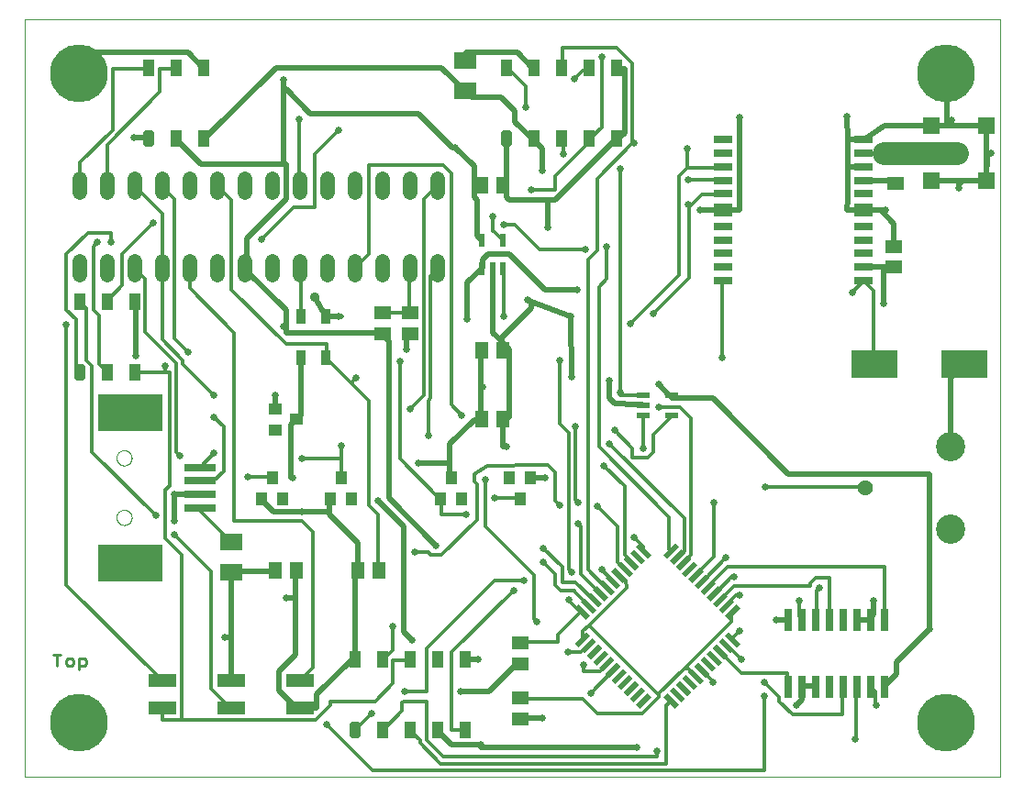
<source format=gtl>
G75*
%MOIN*%
%OFA0B0*%
%FSLAX25Y25*%
%IPPOS*%
%LPD*%
%AMOC8*
5,1,8,0,0,1.08239X$1,22.5*
%
%ADD10C,0.00000*%
%ADD11C,0.01000*%
%ADD12C,0.05200*%
%ADD13R,0.05118X0.05906*%
%ADD14R,0.03937X0.04724*%
%ADD15R,0.07874X0.06299*%
%ADD16R,0.10000X0.05000*%
%ADD17R,0.03937X0.05906*%
%ADD18C,0.01969*%
%ADD19R,0.02600X0.08000*%
%ADD20R,0.05906X0.01969*%
%ADD21R,0.01969X0.05906*%
%ADD22R,0.05906X0.05118*%
%ADD23R,0.06299X0.04724*%
%ADD24C,0.06299*%
%ADD25R,0.06299X0.06299*%
%ADD26R,0.02200X0.05000*%
%ADD27R,0.03543X0.05512*%
%ADD28C,0.10630*%
%ADD29C,0.05622*%
%ADD30R,0.23780X0.13386*%
%ADD31R,0.11811X0.02756*%
%ADD32C,0.21000*%
%ADD33R,0.16929X0.09843*%
%ADD34R,0.04724X0.03937*%
%ADD35R,0.05000X0.02200*%
%ADD36R,0.06890X0.02625*%
%ADD37R,0.06890X0.04921*%
%ADD38C,0.02000*%
%ADD39C,0.02578*%
%ADD40C,0.03562*%
%ADD41C,0.01181*%
%ADD42C,0.08268*%
D10*
X0055902Y0001800D02*
X0055902Y0277391D01*
X0410233Y0277391D01*
X0410233Y0001800D01*
X0055902Y0001800D01*
X0089370Y0096149D02*
X0089372Y0096254D01*
X0089378Y0096359D01*
X0089388Y0096463D01*
X0089402Y0096567D01*
X0089420Y0096671D01*
X0089442Y0096773D01*
X0089467Y0096875D01*
X0089497Y0096976D01*
X0089530Y0097075D01*
X0089567Y0097173D01*
X0089608Y0097270D01*
X0089653Y0097365D01*
X0089701Y0097458D01*
X0089752Y0097550D01*
X0089808Y0097639D01*
X0089866Y0097726D01*
X0089928Y0097811D01*
X0089992Y0097894D01*
X0090060Y0097974D01*
X0090131Y0098051D01*
X0090205Y0098125D01*
X0090282Y0098197D01*
X0090361Y0098266D01*
X0090443Y0098331D01*
X0090527Y0098394D01*
X0090614Y0098453D01*
X0090703Y0098509D01*
X0090794Y0098562D01*
X0090887Y0098611D01*
X0090981Y0098656D01*
X0091077Y0098698D01*
X0091175Y0098736D01*
X0091274Y0098770D01*
X0091375Y0098801D01*
X0091476Y0098827D01*
X0091579Y0098850D01*
X0091682Y0098869D01*
X0091786Y0098884D01*
X0091890Y0098895D01*
X0091995Y0098902D01*
X0092100Y0098905D01*
X0092205Y0098904D01*
X0092310Y0098899D01*
X0092414Y0098890D01*
X0092518Y0098877D01*
X0092622Y0098860D01*
X0092725Y0098839D01*
X0092827Y0098814D01*
X0092928Y0098786D01*
X0093027Y0098753D01*
X0093126Y0098717D01*
X0093223Y0098677D01*
X0093318Y0098634D01*
X0093412Y0098586D01*
X0093504Y0098536D01*
X0093594Y0098482D01*
X0093682Y0098424D01*
X0093767Y0098363D01*
X0093850Y0098299D01*
X0093931Y0098232D01*
X0094009Y0098162D01*
X0094084Y0098088D01*
X0094156Y0098013D01*
X0094226Y0097934D01*
X0094292Y0097853D01*
X0094356Y0097769D01*
X0094416Y0097683D01*
X0094472Y0097595D01*
X0094526Y0097504D01*
X0094576Y0097412D01*
X0094622Y0097318D01*
X0094665Y0097222D01*
X0094704Y0097124D01*
X0094739Y0097026D01*
X0094770Y0096925D01*
X0094798Y0096824D01*
X0094822Y0096722D01*
X0094842Y0096619D01*
X0094858Y0096515D01*
X0094870Y0096411D01*
X0094878Y0096306D01*
X0094882Y0096201D01*
X0094882Y0096097D01*
X0094878Y0095992D01*
X0094870Y0095887D01*
X0094858Y0095783D01*
X0094842Y0095679D01*
X0094822Y0095576D01*
X0094798Y0095474D01*
X0094770Y0095373D01*
X0094739Y0095272D01*
X0094704Y0095174D01*
X0094665Y0095076D01*
X0094622Y0094980D01*
X0094576Y0094886D01*
X0094526Y0094794D01*
X0094472Y0094703D01*
X0094416Y0094615D01*
X0094356Y0094529D01*
X0094292Y0094445D01*
X0094226Y0094364D01*
X0094156Y0094285D01*
X0094084Y0094210D01*
X0094009Y0094136D01*
X0093931Y0094066D01*
X0093850Y0093999D01*
X0093767Y0093935D01*
X0093682Y0093874D01*
X0093594Y0093816D01*
X0093504Y0093762D01*
X0093412Y0093712D01*
X0093318Y0093664D01*
X0093223Y0093621D01*
X0093126Y0093581D01*
X0093027Y0093545D01*
X0092928Y0093512D01*
X0092827Y0093484D01*
X0092725Y0093459D01*
X0092622Y0093438D01*
X0092518Y0093421D01*
X0092414Y0093408D01*
X0092310Y0093399D01*
X0092205Y0093394D01*
X0092100Y0093393D01*
X0091995Y0093396D01*
X0091890Y0093403D01*
X0091786Y0093414D01*
X0091682Y0093429D01*
X0091579Y0093448D01*
X0091476Y0093471D01*
X0091375Y0093497D01*
X0091274Y0093528D01*
X0091175Y0093562D01*
X0091077Y0093600D01*
X0090981Y0093642D01*
X0090887Y0093687D01*
X0090794Y0093736D01*
X0090703Y0093789D01*
X0090614Y0093845D01*
X0090527Y0093904D01*
X0090443Y0093967D01*
X0090361Y0094032D01*
X0090282Y0094101D01*
X0090205Y0094173D01*
X0090131Y0094247D01*
X0090060Y0094324D01*
X0089992Y0094404D01*
X0089928Y0094487D01*
X0089866Y0094572D01*
X0089808Y0094659D01*
X0089752Y0094748D01*
X0089701Y0094840D01*
X0089653Y0094933D01*
X0089608Y0095028D01*
X0089567Y0095125D01*
X0089530Y0095223D01*
X0089497Y0095322D01*
X0089467Y0095423D01*
X0089442Y0095525D01*
X0089420Y0095627D01*
X0089402Y0095731D01*
X0089388Y0095835D01*
X0089378Y0095939D01*
X0089372Y0096044D01*
X0089370Y0096149D01*
X0089370Y0117802D02*
X0089372Y0117907D01*
X0089378Y0118012D01*
X0089388Y0118116D01*
X0089402Y0118220D01*
X0089420Y0118324D01*
X0089442Y0118426D01*
X0089467Y0118528D01*
X0089497Y0118629D01*
X0089530Y0118728D01*
X0089567Y0118826D01*
X0089608Y0118923D01*
X0089653Y0119018D01*
X0089701Y0119111D01*
X0089752Y0119203D01*
X0089808Y0119292D01*
X0089866Y0119379D01*
X0089928Y0119464D01*
X0089992Y0119547D01*
X0090060Y0119627D01*
X0090131Y0119704D01*
X0090205Y0119778D01*
X0090282Y0119850D01*
X0090361Y0119919D01*
X0090443Y0119984D01*
X0090527Y0120047D01*
X0090614Y0120106D01*
X0090703Y0120162D01*
X0090794Y0120215D01*
X0090887Y0120264D01*
X0090981Y0120309D01*
X0091077Y0120351D01*
X0091175Y0120389D01*
X0091274Y0120423D01*
X0091375Y0120454D01*
X0091476Y0120480D01*
X0091579Y0120503D01*
X0091682Y0120522D01*
X0091786Y0120537D01*
X0091890Y0120548D01*
X0091995Y0120555D01*
X0092100Y0120558D01*
X0092205Y0120557D01*
X0092310Y0120552D01*
X0092414Y0120543D01*
X0092518Y0120530D01*
X0092622Y0120513D01*
X0092725Y0120492D01*
X0092827Y0120467D01*
X0092928Y0120439D01*
X0093027Y0120406D01*
X0093126Y0120370D01*
X0093223Y0120330D01*
X0093318Y0120287D01*
X0093412Y0120239D01*
X0093504Y0120189D01*
X0093594Y0120135D01*
X0093682Y0120077D01*
X0093767Y0120016D01*
X0093850Y0119952D01*
X0093931Y0119885D01*
X0094009Y0119815D01*
X0094084Y0119741D01*
X0094156Y0119666D01*
X0094226Y0119587D01*
X0094292Y0119506D01*
X0094356Y0119422D01*
X0094416Y0119336D01*
X0094472Y0119248D01*
X0094526Y0119157D01*
X0094576Y0119065D01*
X0094622Y0118971D01*
X0094665Y0118875D01*
X0094704Y0118777D01*
X0094739Y0118679D01*
X0094770Y0118578D01*
X0094798Y0118477D01*
X0094822Y0118375D01*
X0094842Y0118272D01*
X0094858Y0118168D01*
X0094870Y0118064D01*
X0094878Y0117959D01*
X0094882Y0117854D01*
X0094882Y0117750D01*
X0094878Y0117645D01*
X0094870Y0117540D01*
X0094858Y0117436D01*
X0094842Y0117332D01*
X0094822Y0117229D01*
X0094798Y0117127D01*
X0094770Y0117026D01*
X0094739Y0116925D01*
X0094704Y0116827D01*
X0094665Y0116729D01*
X0094622Y0116633D01*
X0094576Y0116539D01*
X0094526Y0116447D01*
X0094472Y0116356D01*
X0094416Y0116268D01*
X0094356Y0116182D01*
X0094292Y0116098D01*
X0094226Y0116017D01*
X0094156Y0115938D01*
X0094084Y0115863D01*
X0094009Y0115789D01*
X0093931Y0115719D01*
X0093850Y0115652D01*
X0093767Y0115588D01*
X0093682Y0115527D01*
X0093594Y0115469D01*
X0093504Y0115415D01*
X0093412Y0115365D01*
X0093318Y0115317D01*
X0093223Y0115274D01*
X0093126Y0115234D01*
X0093027Y0115198D01*
X0092928Y0115165D01*
X0092827Y0115137D01*
X0092725Y0115112D01*
X0092622Y0115091D01*
X0092518Y0115074D01*
X0092414Y0115061D01*
X0092310Y0115052D01*
X0092205Y0115047D01*
X0092100Y0115046D01*
X0091995Y0115049D01*
X0091890Y0115056D01*
X0091786Y0115067D01*
X0091682Y0115082D01*
X0091579Y0115101D01*
X0091476Y0115124D01*
X0091375Y0115150D01*
X0091274Y0115181D01*
X0091175Y0115215D01*
X0091077Y0115253D01*
X0090981Y0115295D01*
X0090887Y0115340D01*
X0090794Y0115389D01*
X0090703Y0115442D01*
X0090614Y0115498D01*
X0090527Y0115557D01*
X0090443Y0115620D01*
X0090361Y0115685D01*
X0090282Y0115754D01*
X0090205Y0115826D01*
X0090131Y0115900D01*
X0090060Y0115977D01*
X0089992Y0116057D01*
X0089928Y0116140D01*
X0089866Y0116225D01*
X0089808Y0116312D01*
X0089752Y0116401D01*
X0089701Y0116493D01*
X0089653Y0116586D01*
X0089608Y0116681D01*
X0089567Y0116778D01*
X0089530Y0116876D01*
X0089497Y0116975D01*
X0089467Y0117076D01*
X0089442Y0117178D01*
X0089420Y0117280D01*
X0089402Y0117384D01*
X0089388Y0117488D01*
X0089378Y0117592D01*
X0089372Y0117697D01*
X0089370Y0117802D01*
D11*
X0069071Y0046303D02*
X0066402Y0046303D01*
X0067737Y0046303D02*
X0067737Y0042300D01*
X0071006Y0042967D02*
X0071673Y0042300D01*
X0073008Y0042300D01*
X0073675Y0042967D01*
X0073675Y0044302D01*
X0073008Y0044969D01*
X0071673Y0044969D01*
X0071006Y0044302D01*
X0071006Y0042967D01*
X0075610Y0042300D02*
X0077612Y0042300D01*
X0078279Y0042967D01*
X0078279Y0044302D01*
X0077612Y0044969D01*
X0075610Y0044969D01*
X0075610Y0040966D01*
D12*
X0075902Y0184200D02*
X0075902Y0189400D01*
X0085902Y0189400D02*
X0085902Y0184200D01*
X0095902Y0184200D02*
X0095902Y0189400D01*
X0105902Y0189400D02*
X0105902Y0184200D01*
X0115902Y0184200D02*
X0115902Y0189400D01*
X0125902Y0189400D02*
X0125902Y0184200D01*
X0135902Y0184200D02*
X0135902Y0189400D01*
X0145902Y0189400D02*
X0145902Y0184200D01*
X0155902Y0184200D02*
X0155902Y0189400D01*
X0165902Y0189400D02*
X0165902Y0184200D01*
X0175902Y0184200D02*
X0175902Y0189400D01*
X0185902Y0189400D02*
X0185902Y0184200D01*
X0195902Y0184200D02*
X0195902Y0189400D01*
X0205902Y0189400D02*
X0205902Y0184200D01*
X0205902Y0214200D02*
X0205902Y0219400D01*
X0195902Y0219400D02*
X0195902Y0214200D01*
X0185902Y0214200D02*
X0185902Y0219400D01*
X0175902Y0219400D02*
X0175902Y0214200D01*
X0165902Y0214200D02*
X0165902Y0219400D01*
X0155902Y0219400D02*
X0155902Y0214200D01*
X0145902Y0214200D02*
X0145902Y0219400D01*
X0135902Y0219400D02*
X0135902Y0214200D01*
X0125902Y0214200D02*
X0125902Y0219400D01*
X0115902Y0219400D02*
X0115902Y0214200D01*
X0105902Y0214200D02*
X0105902Y0219400D01*
X0095902Y0219400D02*
X0095902Y0214200D01*
X0085902Y0214200D02*
X0085902Y0219400D01*
X0075902Y0219400D02*
X0075902Y0214200D01*
D13*
X0222162Y0216800D03*
X0229642Y0216800D03*
X0229642Y0156800D03*
X0222162Y0156800D03*
X0222162Y0131800D03*
X0229642Y0131800D03*
X0184642Y0076800D03*
X0177162Y0076800D03*
X0154642Y0076800D03*
X0147162Y0076800D03*
D14*
X0149839Y0102863D03*
X0141965Y0102863D03*
X0145902Y0110737D03*
X0166965Y0102863D03*
X0174839Y0102863D03*
X0170902Y0110737D03*
X0206965Y0102863D03*
X0214839Y0102863D03*
X0210902Y0110737D03*
X0231965Y0110737D03*
X0239839Y0110737D03*
X0235902Y0102863D03*
D15*
X0130902Y0087312D03*
X0130902Y0076288D03*
X0215902Y0251288D03*
X0215902Y0262312D03*
D16*
X0155902Y0036800D03*
X0155902Y0026800D03*
X0130902Y0026800D03*
X0130902Y0036800D03*
X0105902Y0036800D03*
X0105902Y0026800D03*
D17*
X0175902Y0044595D03*
X0185902Y0044595D03*
X0195902Y0044595D03*
X0205902Y0044595D03*
X0215902Y0044595D03*
X0215902Y0019005D03*
X0205902Y0019005D03*
X0195902Y0019005D03*
X0185902Y0019005D03*
X0095902Y0149005D03*
X0085902Y0149005D03*
X0085902Y0174595D03*
X0075902Y0174595D03*
X0095902Y0174595D03*
X0110902Y0234005D03*
X0120902Y0234005D03*
X0120902Y0259595D03*
X0110902Y0259595D03*
X0100902Y0259595D03*
X0230902Y0259595D03*
X0240902Y0259595D03*
X0250902Y0259595D03*
X0260902Y0259595D03*
X0270902Y0259595D03*
X0270902Y0234005D03*
X0260902Y0234005D03*
X0250902Y0234005D03*
X0240902Y0234005D03*
D18*
X0229918Y0232036D02*
X0229918Y0235974D01*
X0231886Y0235974D01*
X0231886Y0232036D01*
X0229918Y0232036D01*
X0229918Y0234004D02*
X0231886Y0234004D01*
X0231886Y0235972D02*
X0229918Y0235972D01*
X0099918Y0235974D02*
X0099918Y0232036D01*
X0099918Y0235974D02*
X0101886Y0235974D01*
X0101886Y0232036D01*
X0099918Y0232036D01*
X0099918Y0234004D02*
X0101886Y0234004D01*
X0101886Y0235972D02*
X0099918Y0235972D01*
X0074918Y0150974D02*
X0074918Y0147036D01*
X0074918Y0150974D02*
X0076886Y0150974D01*
X0076886Y0147036D01*
X0074918Y0147036D01*
X0074918Y0149004D02*
X0076886Y0149004D01*
X0076886Y0150972D02*
X0074918Y0150972D01*
X0174918Y0020974D02*
X0174918Y0017036D01*
X0174918Y0020974D02*
X0176886Y0020974D01*
X0176886Y0017036D01*
X0174918Y0017036D01*
X0174918Y0019004D02*
X0176886Y0019004D01*
X0176886Y0020972D02*
X0174918Y0020972D01*
D19*
X0333402Y0034700D03*
X0338402Y0034700D03*
X0343402Y0034700D03*
X0348402Y0034700D03*
X0353402Y0034700D03*
X0358402Y0034700D03*
X0363402Y0034700D03*
X0368402Y0034700D03*
X0368402Y0058900D03*
X0363402Y0058900D03*
X0358402Y0058900D03*
X0353402Y0058900D03*
X0348402Y0058900D03*
X0343402Y0058900D03*
X0338402Y0058900D03*
X0333402Y0058900D03*
D20*
G36*
X0314576Y0049006D02*
X0310401Y0053181D01*
X0311792Y0054572D01*
X0315967Y0050397D01*
X0314576Y0049006D01*
G37*
G36*
X0312349Y0046779D02*
X0308174Y0050954D01*
X0309565Y0052345D01*
X0313740Y0048170D01*
X0312349Y0046779D01*
G37*
G36*
X0310122Y0044552D02*
X0305947Y0048727D01*
X0307338Y0050118D01*
X0311513Y0045943D01*
X0310122Y0044552D01*
G37*
G36*
X0307895Y0042325D02*
X0303720Y0046500D01*
X0305111Y0047891D01*
X0309286Y0043716D01*
X0307895Y0042325D01*
G37*
G36*
X0305668Y0040098D02*
X0301493Y0044273D01*
X0302884Y0045664D01*
X0307059Y0041489D01*
X0305668Y0040098D01*
G37*
G36*
X0303441Y0037870D02*
X0299266Y0042045D01*
X0300657Y0043436D01*
X0304832Y0039261D01*
X0303441Y0037870D01*
G37*
G36*
X0301214Y0035643D02*
X0297039Y0039818D01*
X0298430Y0041209D01*
X0302605Y0037034D01*
X0301214Y0035643D01*
G37*
G36*
X0298987Y0033416D02*
X0294812Y0037591D01*
X0296203Y0038982D01*
X0300378Y0034807D01*
X0298987Y0033416D01*
G37*
G36*
X0296759Y0031189D02*
X0292584Y0035364D01*
X0293975Y0036755D01*
X0298150Y0032580D01*
X0296759Y0031189D01*
G37*
G36*
X0294532Y0028962D02*
X0290357Y0033137D01*
X0291748Y0034528D01*
X0295923Y0030353D01*
X0294532Y0028962D01*
G37*
G36*
X0292305Y0026735D02*
X0288130Y0030910D01*
X0289521Y0032301D01*
X0293696Y0028126D01*
X0292305Y0026735D01*
G37*
G36*
X0260012Y0059028D02*
X0255837Y0063203D01*
X0257228Y0064594D01*
X0261403Y0060419D01*
X0260012Y0059028D01*
G37*
G36*
X0262239Y0061255D02*
X0258064Y0065430D01*
X0259455Y0066821D01*
X0263630Y0062646D01*
X0262239Y0061255D01*
G37*
G36*
X0264466Y0063482D02*
X0260291Y0067657D01*
X0261682Y0069048D01*
X0265857Y0064873D01*
X0264466Y0063482D01*
G37*
G36*
X0266693Y0065709D02*
X0262518Y0069884D01*
X0263909Y0071275D01*
X0268084Y0067100D01*
X0266693Y0065709D01*
G37*
G36*
X0268921Y0067936D02*
X0264746Y0072111D01*
X0266137Y0073502D01*
X0270312Y0069327D01*
X0268921Y0067936D01*
G37*
G36*
X0271148Y0070164D02*
X0266973Y0074339D01*
X0268364Y0075730D01*
X0272539Y0071555D01*
X0271148Y0070164D01*
G37*
G36*
X0273375Y0072391D02*
X0269200Y0076566D01*
X0270591Y0077957D01*
X0274766Y0073782D01*
X0273375Y0072391D01*
G37*
G36*
X0275602Y0074618D02*
X0271427Y0078793D01*
X0272818Y0080184D01*
X0276993Y0076009D01*
X0275602Y0074618D01*
G37*
G36*
X0277829Y0076845D02*
X0273654Y0081020D01*
X0275045Y0082411D01*
X0279220Y0078236D01*
X0277829Y0076845D01*
G37*
G36*
X0280056Y0079072D02*
X0275881Y0083247D01*
X0277272Y0084638D01*
X0281447Y0080463D01*
X0280056Y0079072D01*
G37*
G36*
X0282283Y0081299D02*
X0278108Y0085474D01*
X0279499Y0086865D01*
X0283674Y0082690D01*
X0282283Y0081299D01*
G37*
D21*
G36*
X0289521Y0081299D02*
X0288130Y0082690D01*
X0292305Y0086865D01*
X0293696Y0085474D01*
X0289521Y0081299D01*
G37*
G36*
X0291748Y0079072D02*
X0290357Y0080463D01*
X0294532Y0084638D01*
X0295923Y0083247D01*
X0291748Y0079072D01*
G37*
G36*
X0293975Y0076845D02*
X0292584Y0078236D01*
X0296759Y0082411D01*
X0298150Y0081020D01*
X0293975Y0076845D01*
G37*
G36*
X0296203Y0074618D02*
X0294812Y0076009D01*
X0298987Y0080184D01*
X0300378Y0078793D01*
X0296203Y0074618D01*
G37*
G36*
X0298430Y0072391D02*
X0297039Y0073782D01*
X0301214Y0077957D01*
X0302605Y0076566D01*
X0298430Y0072391D01*
G37*
G36*
X0300657Y0070164D02*
X0299266Y0071555D01*
X0303441Y0075730D01*
X0304832Y0074339D01*
X0300657Y0070164D01*
G37*
G36*
X0302884Y0067936D02*
X0301493Y0069327D01*
X0305668Y0073502D01*
X0307059Y0072111D01*
X0302884Y0067936D01*
G37*
G36*
X0305111Y0065709D02*
X0303720Y0067100D01*
X0307895Y0071275D01*
X0309286Y0069884D01*
X0305111Y0065709D01*
G37*
G36*
X0307338Y0063482D02*
X0305947Y0064873D01*
X0310122Y0069048D01*
X0311513Y0067657D01*
X0307338Y0063482D01*
G37*
G36*
X0309565Y0061255D02*
X0308174Y0062646D01*
X0312349Y0066821D01*
X0313740Y0065430D01*
X0309565Y0061255D01*
G37*
G36*
X0311792Y0059028D02*
X0310401Y0060419D01*
X0314576Y0064594D01*
X0315967Y0063203D01*
X0311792Y0059028D01*
G37*
G36*
X0277272Y0028962D02*
X0275881Y0030353D01*
X0280056Y0034528D01*
X0281447Y0033137D01*
X0277272Y0028962D01*
G37*
G36*
X0279499Y0026735D02*
X0278108Y0028126D01*
X0282283Y0032301D01*
X0283674Y0030910D01*
X0279499Y0026735D01*
G37*
G36*
X0275045Y0031189D02*
X0273654Y0032580D01*
X0277829Y0036755D01*
X0279220Y0035364D01*
X0275045Y0031189D01*
G37*
G36*
X0272818Y0033416D02*
X0271427Y0034807D01*
X0275602Y0038982D01*
X0276993Y0037591D01*
X0272818Y0033416D01*
G37*
G36*
X0270591Y0035643D02*
X0269200Y0037034D01*
X0273375Y0041209D01*
X0274766Y0039818D01*
X0270591Y0035643D01*
G37*
G36*
X0268364Y0037870D02*
X0266973Y0039261D01*
X0271148Y0043436D01*
X0272539Y0042045D01*
X0268364Y0037870D01*
G37*
G36*
X0266137Y0040098D02*
X0264746Y0041489D01*
X0268921Y0045664D01*
X0270312Y0044273D01*
X0266137Y0040098D01*
G37*
G36*
X0263909Y0042325D02*
X0262518Y0043716D01*
X0266693Y0047891D01*
X0268084Y0046500D01*
X0263909Y0042325D01*
G37*
G36*
X0261682Y0044552D02*
X0260291Y0045943D01*
X0264466Y0050118D01*
X0265857Y0048727D01*
X0261682Y0044552D01*
G37*
G36*
X0259455Y0046779D02*
X0258064Y0048170D01*
X0262239Y0052345D01*
X0263630Y0050954D01*
X0259455Y0046779D01*
G37*
G36*
X0257228Y0049006D02*
X0255837Y0050397D01*
X0260012Y0054572D01*
X0261403Y0053181D01*
X0257228Y0049006D01*
G37*
D22*
X0235902Y0050540D03*
X0235902Y0043060D03*
X0235902Y0030540D03*
X0235902Y0023060D03*
X0195902Y0163060D03*
X0195902Y0170540D03*
X0185902Y0170540D03*
X0185902Y0163060D03*
X0371779Y0187193D03*
X0371779Y0194673D03*
D23*
X0372524Y0217718D03*
X0372524Y0229529D03*
D24*
X0395291Y0228568D03*
D25*
X0405291Y0238568D03*
X0385291Y0238568D03*
X0385291Y0218568D03*
X0405291Y0218568D03*
D26*
X0229602Y0196900D03*
X0222202Y0196900D03*
X0222202Y0186700D03*
X0225902Y0186700D03*
X0229602Y0186700D03*
D27*
X0165430Y0169280D03*
X0156375Y0169280D03*
X0156375Y0154320D03*
X0165430Y0154320D03*
D28*
X0392223Y0121761D03*
X0392223Y0091839D03*
D29*
X0361515Y0106800D03*
D30*
X0094409Y0079731D03*
X0094409Y0134219D03*
D31*
X0119685Y0114338D03*
X0119685Y0109416D03*
X0119685Y0104534D03*
X0119685Y0099613D03*
D32*
X0075587Y0021485D03*
X0390548Y0021485D03*
X0390548Y0257706D03*
X0075587Y0257706D03*
D33*
X0364564Y0151800D03*
X0397241Y0151800D03*
D34*
X0154839Y0131800D03*
X0146965Y0127863D03*
X0146965Y0135737D03*
D35*
X0280802Y0136800D03*
X0280802Y0133100D03*
X0280802Y0140500D03*
X0291002Y0140500D03*
X0291002Y0133100D03*
D36*
X0309577Y0182251D03*
X0309577Y0187172D03*
X0309577Y0192093D03*
X0309577Y0197014D03*
X0309577Y0201936D03*
X0309577Y0213747D03*
X0309577Y0218668D03*
X0309577Y0223589D03*
X0309577Y0228510D03*
X0309577Y0233432D03*
X0360758Y0233432D03*
X0360758Y0228510D03*
X0360758Y0223589D03*
X0360758Y0218668D03*
X0360758Y0213747D03*
X0360758Y0201936D03*
X0360758Y0197014D03*
X0360758Y0192093D03*
X0360758Y0187172D03*
X0360758Y0182251D03*
D37*
X0360758Y0207841D03*
X0309577Y0207841D03*
D38*
X0309576Y0207842D01*
X0301461Y0207842D01*
X0309577Y0207841D02*
X0315551Y0207841D01*
X0315572Y0211800D01*
X0315572Y0220426D01*
X0315586Y0223266D01*
X0315574Y0229786D01*
X0315574Y0241776D01*
X0315547Y0241729D01*
X0354813Y0241800D02*
X0354884Y0233553D01*
X0354884Y0229786D01*
X0354896Y0223266D01*
X0355334Y0223577D01*
X0360746Y0223577D01*
X0360758Y0223589D01*
X0360758Y0218668D02*
X0371574Y0218668D01*
X0372524Y0217718D01*
X0368861Y0207819D02*
X0361780Y0207748D01*
X0365902Y0207819D01*
X0366893Y0207819D01*
X0371798Y0202914D01*
X0371798Y0194692D01*
X0371779Y0194673D01*
X0371779Y0187193D02*
X0371758Y0187172D01*
X0367910Y0187172D01*
X0367910Y0174044D01*
X0367910Y0187172D02*
X0360758Y0187172D01*
X0360758Y0207819D02*
X0365902Y0207819D01*
X0360758Y0207841D02*
X0360758Y0207819D01*
X0360758Y0207841D02*
X0354861Y0207841D01*
X0354882Y0211800D01*
X0354882Y0220426D01*
X0354896Y0223266D01*
X0355645Y0233432D02*
X0355595Y0233482D01*
X0354884Y0233553D01*
X0355645Y0233432D02*
X0360758Y0233432D01*
X0361204Y0233613D02*
X0368486Y0238589D01*
X0383659Y0238643D01*
X0383658Y0239005D01*
X0385291Y0238568D01*
X0385433Y0238587D01*
X0384490Y0238587D01*
X0390987Y0238587D01*
X0392811Y0240412D01*
X0392811Y0240520D01*
X0390987Y0238587D02*
X0390548Y0257706D01*
X0390987Y0238587D02*
X0405316Y0238587D01*
X0405291Y0238568D02*
X0405332Y0236800D01*
X0405332Y0218160D01*
X0405291Y0218568D01*
X0405555Y0228553D01*
X0407190Y0228553D01*
X0405332Y0236800D02*
X0405332Y0238986D01*
X0385291Y0238568D02*
X0384642Y0238414D01*
X0385070Y0238648D02*
X0383659Y0238643D01*
X0385627Y0218729D02*
X0385291Y0218568D01*
X0385627Y0218729D02*
X0396453Y0218729D01*
X0396453Y0217745D01*
X0395535Y0217745D01*
X0395535Y0218672D01*
X0396453Y0218729D02*
X0405312Y0218729D01*
X0405291Y0218568D01*
X0395535Y0217745D02*
X0395535Y0216113D01*
X0397241Y0151800D02*
X0396946Y0151406D01*
X0392516Y0146977D01*
X0392516Y0121879D01*
X0392223Y0121761D01*
X0384642Y0112036D02*
X0384642Y0055442D01*
X0372831Y0043631D01*
X0372831Y0039202D01*
X0368402Y0034772D01*
X0368402Y0034700D01*
X0343402Y0034700D02*
X0343304Y0034772D01*
X0339367Y0034772D01*
X0338402Y0034700D01*
X0338383Y0034280D01*
X0338383Y0029851D01*
X0336414Y0027883D01*
X0333402Y0058900D02*
X0332969Y0058887D01*
X0329032Y0058887D01*
X0358402Y0058900D02*
X0358560Y0058887D01*
X0362989Y0058887D01*
X0363402Y0058900D01*
X0363481Y0059871D01*
X0364465Y0060855D01*
X0364465Y0065776D01*
X0384642Y0112036D02*
X0333461Y0112036D01*
X0305902Y0139595D01*
X0291138Y0139595D01*
X0291002Y0140500D01*
X0290154Y0140580D01*
X0286217Y0144517D01*
X0290646Y0140580D02*
X0291002Y0140500D01*
X0280802Y0136800D02*
X0280312Y0137135D01*
X0274406Y0137135D01*
X0273914Y0137627D01*
X0270469Y0137627D01*
X0268501Y0139595D01*
X0268501Y0145993D01*
X0254623Y0147298D02*
X0254410Y0169075D01*
X0240204Y0174671D01*
X0239957Y0174044D01*
X0239957Y0172076D01*
X0228638Y0160757D01*
X0226178Y0163217D01*
X0226178Y0185855D01*
X0225902Y0186700D01*
X0222241Y0186839D02*
X0222241Y0189792D01*
X0224209Y0191761D01*
X0232083Y0191761D01*
X0244879Y0178965D01*
X0256690Y0178965D01*
X0240204Y0174671D02*
X0238770Y0175236D01*
X0222202Y0186700D02*
X0222241Y0186839D01*
X0222202Y0186700D02*
X0221749Y0186347D01*
X0216827Y0181426D01*
X0216827Y0168139D01*
X0228638Y0160757D02*
X0232083Y0157312D01*
X0232083Y0156328D01*
X0229642Y0156800D01*
X0232083Y0156328D02*
X0232083Y0133198D01*
X0231099Y0133198D01*
X0230115Y0132213D01*
X0229642Y0131800D01*
X0229642Y0121800D01*
X0230902Y0121800D01*
X0222162Y0131800D02*
X0221749Y0131721D01*
X0219288Y0131721D01*
X0210430Y0122863D01*
X0210430Y0115973D01*
X0199111Y0115973D01*
X0210430Y0115973D02*
X0210430Y0111052D01*
X0210902Y0110737D01*
X0188284Y0103178D02*
X0188284Y0160265D01*
X0186316Y0162233D01*
X0185902Y0163060D01*
X0185823Y0163217D01*
X0150883Y0163217D01*
X0150883Y0165678D01*
X0149898Y0165678D01*
X0150883Y0165678D02*
X0150883Y0171583D01*
X0136119Y0186347D01*
X0135902Y0186800D01*
X0136611Y0187331D01*
X0136611Y0197666D01*
X0150883Y0211938D01*
X0150883Y0224733D01*
X0149898Y0224733D01*
X0149898Y0251800D01*
X0150883Y0251800D01*
X0159741Y0242942D01*
X0199111Y0242942D01*
X0211414Y0230639D01*
X0212398Y0230639D01*
X0219288Y0223749D01*
X0219288Y0216859D01*
X0221749Y0216859D01*
X0222162Y0216800D01*
X0219288Y0216859D02*
X0219288Y0212430D01*
X0220272Y0211446D01*
X0220272Y0198650D01*
X0221749Y0197174D01*
X0222202Y0196900D01*
X0232083Y0211446D02*
X0231099Y0212430D01*
X0231099Y0216859D01*
X0230115Y0216859D01*
X0229642Y0216800D01*
X0231099Y0216859D02*
X0231099Y0233099D01*
X0230902Y0234005D01*
X0234052Y0239989D02*
X0234052Y0243926D01*
X0229131Y0248847D01*
X0218304Y0248847D01*
X0216335Y0250816D01*
X0215902Y0251288D01*
X0215351Y0251800D01*
X0207477Y0259674D01*
X0147438Y0259674D01*
X0121847Y0234083D01*
X0120902Y0234005D01*
X0119879Y0224733D02*
X0111020Y0233591D01*
X0110902Y0234005D01*
X0100902Y0234005D02*
X0100686Y0234083D01*
X0095764Y0234083D01*
X0119879Y0224733D02*
X0149898Y0224733D01*
X0149898Y0251800D02*
X0149898Y0255245D01*
X0120902Y0259595D02*
X0120863Y0259674D01*
X0115449Y0265087D01*
X0075587Y0265087D01*
X0075587Y0257706D01*
X0095902Y0174595D02*
X0096257Y0174536D01*
X0096257Y0154851D01*
X0146946Y0140580D02*
X0146946Y0136150D01*
X0146965Y0135737D01*
X0152851Y0129753D02*
X0154327Y0131229D01*
X0154839Y0131800D01*
X0155312Y0132213D01*
X0156296Y0133198D01*
X0156296Y0153867D01*
X0156375Y0154320D01*
X0165646Y0169123D02*
X0165430Y0169280D01*
X0161256Y0176364D01*
X0165430Y0169280D02*
X0170902Y0169280D01*
X0170075Y0169123D02*
X0165646Y0169123D01*
X0194682Y0161249D02*
X0194682Y0157312D01*
X0194682Y0161249D02*
X0195666Y0162233D01*
X0195902Y0163060D01*
X0221749Y0156328D02*
X0222162Y0156800D01*
X0221749Y0156328D02*
X0221749Y0143532D01*
X0222241Y0143532D01*
X0221749Y0143532D02*
X0221749Y0132706D01*
X0222162Y0131800D01*
X0232083Y0132706D02*
X0232083Y0133198D01*
X0239839Y0110737D02*
X0239957Y0110560D01*
X0244879Y0110560D01*
X0205509Y0085954D02*
X0188284Y0103178D01*
X0184347Y0102194D02*
X0193698Y0092843D01*
X0193698Y0054457D01*
X0196650Y0051505D01*
X0215902Y0044595D02*
X0216335Y0044615D01*
X0220764Y0044615D01*
X0224701Y0032804D02*
X0235528Y0043631D01*
X0236020Y0043139D01*
X0235902Y0043060D01*
X0224701Y0032804D02*
X0214367Y0032804D01*
X0205902Y0019005D02*
X0206001Y0018532D01*
X0210922Y0013611D01*
X0221749Y0013611D01*
X0221749Y0012627D01*
X0278343Y0012627D01*
X0243952Y0023075D02*
X0235917Y0023075D01*
X0235902Y0023060D01*
X0175981Y0044615D02*
X0175902Y0044595D01*
X0175981Y0045599D01*
X0175981Y0077095D01*
X0177162Y0076800D01*
X0176965Y0077095D01*
X0176965Y0086938D01*
X0166631Y0097272D01*
X0166631Y0098257D01*
X0166631Y0102686D01*
X0166965Y0102863D01*
X0166631Y0098257D02*
X0156788Y0098257D01*
X0146453Y0098257D01*
X0142024Y0102686D01*
X0141965Y0102863D01*
X0152851Y0110560D02*
X0152851Y0129753D01*
X0152851Y0110560D02*
X0153343Y0110560D01*
X0119685Y0104534D02*
X0119386Y0104654D01*
X0110528Y0104654D01*
X0110528Y0094812D01*
X0130902Y0076288D02*
X0132182Y0076603D01*
X0146946Y0076603D01*
X0147162Y0076800D01*
X0154327Y0076603D02*
X0154642Y0076800D01*
X0154327Y0076603D02*
X0154327Y0066800D01*
X0150902Y0066800D01*
X0154327Y0066800D02*
X0154327Y0046091D01*
X0148422Y0040186D01*
X0148422Y0033296D01*
X0155312Y0026406D01*
X0155902Y0026800D01*
X0156296Y0026898D01*
X0162201Y0026898D01*
X0162201Y0031820D01*
X0174997Y0044615D01*
X0175902Y0044595D01*
X0131198Y0037233D02*
X0130902Y0036800D01*
X0131198Y0037233D02*
X0131198Y0052489D01*
X0128737Y0052489D01*
X0131198Y0052489D02*
X0131198Y0075619D01*
X0130902Y0076288D01*
X0131198Y0076603D01*
X0245885Y0201687D02*
X0245902Y0201704D01*
X0245902Y0211446D01*
X0232083Y0211446D01*
X0245902Y0211446D02*
X0248816Y0211446D01*
X0270469Y0233099D01*
X0270902Y0234005D01*
X0271453Y0233591D01*
X0273914Y0236052D01*
X0273914Y0259182D01*
X0270961Y0259182D01*
X0270902Y0259595D01*
X0240902Y0259595D02*
X0240449Y0259674D01*
X0235036Y0265087D01*
X0216335Y0265087D01*
X0216335Y0262627D01*
X0215902Y0262312D01*
X0234052Y0239989D02*
X0239957Y0234083D01*
X0240902Y0234005D01*
X0240942Y0233099D01*
X0243894Y0230146D01*
X0243894Y0222272D01*
D39*
X0243894Y0222272D03*
X0239957Y0215383D03*
X0226178Y0205540D03*
X0230115Y0202587D03*
X0245885Y0201687D03*
X0259642Y0193729D03*
X0267516Y0194713D03*
X0256690Y0178965D03*
X0254410Y0169075D03*
X0238770Y0175236D03*
X0230115Y0169123D03*
X0216827Y0168139D03*
X0194682Y0157312D03*
X0192221Y0152883D03*
X0176473Y0146977D03*
X0196158Y0135658D03*
X0202556Y0125816D03*
X0199111Y0115973D03*
X0184347Y0102194D03*
X0205509Y0085954D03*
X0197635Y0083493D03*
X0216335Y0097272D03*
X0226670Y0103178D03*
X0223225Y0110068D03*
X0230902Y0121800D03*
X0244879Y0110560D03*
X0250292Y0100717D03*
X0257182Y0101702D03*
X0264072Y0100225D03*
X0257182Y0093828D03*
X0244386Y0084969D03*
X0244386Y0080048D03*
X0237497Y0073158D03*
X0233560Y0069713D03*
X0241926Y0058394D03*
X0253737Y0066269D03*
X0254721Y0076111D03*
X0265548Y0077095D03*
X0277359Y0088906D03*
X0306394Y0101702D03*
X0325095Y0107115D03*
X0310823Y0081524D03*
X0313776Y0074635D03*
X0315745Y0067745D03*
X0329032Y0058887D03*
X0337398Y0065776D03*
X0344780Y0070698D03*
X0364465Y0065776D03*
X0384642Y0055442D03*
X0365449Y0027883D03*
X0357575Y0015580D03*
X0336414Y0027883D03*
X0324603Y0031328D03*
X0324603Y0036249D03*
X0316237Y0044615D03*
X0305902Y0036249D03*
X0315745Y0054950D03*
X0259150Y0042646D03*
X0253245Y0047076D03*
X0261611Y0032312D03*
X0243952Y0023075D03*
X0221749Y0013611D03*
X0214367Y0032804D03*
X0220764Y0044615D03*
X0196650Y0051505D03*
X0189760Y0056426D03*
X0194190Y0032804D03*
X0181886Y0024930D03*
X0165646Y0020993D03*
X0128737Y0052489D03*
X0150902Y0066800D03*
X0156788Y0098257D03*
X0153343Y0110560D03*
X0156788Y0117450D03*
X0171060Y0122371D03*
X0146946Y0140580D03*
X0124800Y0140580D03*
X0124800Y0132706D03*
X0124800Y0119418D03*
X0112497Y0118434D03*
X0110528Y0104654D03*
X0103638Y0096780D03*
X0110528Y0094812D03*
X0110528Y0089891D03*
X0137103Y0111052D03*
X0107083Y0151406D03*
X0115449Y0156328D03*
X0096257Y0154851D03*
X0071158Y0166170D03*
X0082477Y0196190D03*
X0087398Y0196190D03*
X0102654Y0203080D03*
X0142024Y0197174D03*
X0170075Y0169123D03*
X0149898Y0165678D03*
X0214859Y0133198D03*
X0222241Y0143532D03*
X0250292Y0153375D03*
X0254623Y0147298D03*
X0268501Y0145993D03*
X0272438Y0141564D03*
X0286217Y0144517D03*
X0286217Y0136150D03*
X0270469Y0127784D03*
X0268501Y0122863D03*
X0280804Y0121387D03*
X0266532Y0114989D03*
X0256198Y0129261D03*
X0275883Y0166662D03*
X0284249Y0170107D03*
X0309347Y0154359D03*
X0356591Y0177981D03*
X0367910Y0174044D03*
X0368861Y0207819D03*
X0395476Y0216018D03*
X0407190Y0228553D03*
X0392811Y0240520D03*
X0354813Y0241800D03*
X0315547Y0241729D03*
X0296552Y0230146D03*
X0297044Y0218828D03*
X0297044Y0209969D03*
X0301461Y0207842D03*
X0272438Y0222765D03*
X0277359Y0232115D03*
X0251768Y0228178D03*
X0237989Y0245402D03*
X0255705Y0255737D03*
X0265548Y0263611D03*
X0212398Y0230639D03*
X0170075Y0237036D03*
X0155804Y0240973D03*
X0149898Y0255245D03*
X0095764Y0234083D03*
X0278343Y0012627D03*
X0285725Y0011150D03*
D40*
X0161256Y0176364D03*
D41*
X0156296Y0169615D02*
X0156375Y0169280D01*
X0156296Y0169615D02*
X0156296Y0186347D01*
X0155902Y0186800D01*
X0142024Y0197174D02*
X0153835Y0208985D01*
X0161217Y0208985D01*
X0161217Y0228178D01*
X0170075Y0237036D01*
X0155804Y0240973D02*
X0155804Y0216859D01*
X0155902Y0216800D01*
X0180902Y0224241D02*
X0180902Y0191761D01*
X0175981Y0186839D01*
X0175902Y0186800D01*
X0185902Y0170540D02*
X0186316Y0170599D01*
X0195666Y0170599D01*
X0195902Y0170540D01*
X0195666Y0171091D01*
X0195666Y0186347D01*
X0195902Y0186800D01*
X0203540Y0183887D02*
X0205509Y0185855D01*
X0205902Y0186800D01*
X0203540Y0183887D02*
X0203540Y0139595D01*
X0202556Y0138611D01*
X0202556Y0125816D01*
X0196158Y0135658D02*
X0201079Y0140580D01*
X0201079Y0211938D01*
X0205509Y0216367D01*
X0205902Y0216800D01*
X0210922Y0221288D02*
X0207969Y0224241D01*
X0180902Y0224241D01*
X0210922Y0221288D02*
X0210922Y0137135D01*
X0214859Y0133198D01*
X0192221Y0117450D02*
X0192221Y0152883D01*
X0176473Y0146977D02*
X0174997Y0145501D01*
X0174997Y0145009D01*
X0174751Y0144763D01*
X0165646Y0153867D01*
X0165430Y0154320D01*
X0165646Y0154851D01*
X0165646Y0159280D01*
X0150883Y0159280D01*
X0131198Y0178965D01*
X0131198Y0211446D01*
X0126276Y0216367D01*
X0125902Y0216800D01*
X0110528Y0211938D02*
X0106099Y0216367D01*
X0105902Y0216800D01*
X0110528Y0211938D02*
X0110528Y0161249D01*
X0115449Y0156328D01*
X0113481Y0153375D02*
X0106099Y0160757D01*
X0106099Y0186347D01*
X0105902Y0186800D01*
X0106099Y0187331D01*
X0106099Y0206524D01*
X0096257Y0216367D01*
X0095902Y0216800D01*
X0085922Y0216859D02*
X0085902Y0216800D01*
X0085922Y0216859D02*
X0085922Y0231623D01*
X0105115Y0250816D01*
X0105115Y0259182D01*
X0110528Y0259182D01*
X0110902Y0259595D01*
X0100902Y0259595D02*
X0100686Y0259182D01*
X0087890Y0259182D01*
X0087890Y0237036D01*
X0076079Y0225225D01*
X0076079Y0216859D01*
X0075902Y0216800D01*
X0079032Y0199635D02*
X0087398Y0199635D01*
X0087398Y0196190D01*
X0082477Y0196190D02*
X0081001Y0194713D01*
X0081001Y0171583D01*
X0082969Y0169615D01*
X0082969Y0151898D01*
X0085430Y0149438D01*
X0085902Y0149005D01*
X0080509Y0151406D02*
X0078540Y0153375D01*
X0078540Y0172076D01*
X0076079Y0174536D01*
X0075902Y0174595D01*
X0071158Y0171583D02*
X0071158Y0191761D01*
X0079032Y0199635D01*
X0091335Y0191761D02*
X0102654Y0203080D01*
X0091335Y0191761D02*
X0091335Y0180442D01*
X0085922Y0175028D01*
X0085902Y0174595D01*
X0074603Y0168139D02*
X0071158Y0171583D01*
X0074603Y0168139D02*
X0074603Y0150422D01*
X0075587Y0149438D01*
X0075902Y0149005D01*
X0080509Y0151406D02*
X0080509Y0119910D01*
X0103638Y0096780D01*
X0110528Y0089891D02*
X0123816Y0076603D01*
X0123816Y0033788D01*
X0130705Y0026898D01*
X0130902Y0026800D01*
X0112989Y0022469D02*
X0112989Y0082509D01*
X0107083Y0088414D01*
X0107083Y0106131D01*
X0108560Y0107607D01*
X0108560Y0148946D01*
X0107083Y0148946D01*
X0107083Y0151406D01*
X0107083Y0148946D02*
X0096257Y0148946D01*
X0095902Y0149005D01*
X0099701Y0163709D02*
X0111020Y0152391D01*
X0111020Y0119910D01*
X0112497Y0118434D01*
X0119685Y0114338D02*
X0119879Y0114497D01*
X0124800Y0119418D01*
X0128245Y0113020D02*
X0124800Y0109576D01*
X0119879Y0109576D01*
X0119685Y0109416D01*
X0128245Y0113020D02*
X0128245Y0129261D01*
X0124800Y0132706D01*
X0124800Y0140580D02*
X0113481Y0151898D01*
X0113481Y0153375D01*
X0099701Y0163709D02*
X0099701Y0182902D01*
X0096257Y0186347D01*
X0095902Y0186800D01*
X0115902Y0186800D02*
X0115942Y0186347D01*
X0115942Y0179457D01*
X0132182Y0163217D01*
X0132182Y0094812D01*
X0156788Y0094812D01*
X0160725Y0090875D01*
X0160725Y0041662D01*
X0156296Y0037233D01*
X0155902Y0036800D01*
X0167123Y0029359D02*
X0167123Y0027883D01*
X0161709Y0022469D01*
X0112989Y0022469D01*
X0106099Y0022469D01*
X0106099Y0026406D01*
X0105902Y0026800D01*
X0105902Y0036800D02*
X0105607Y0037233D01*
X0071158Y0071682D01*
X0071158Y0166170D01*
X0137103Y0111052D02*
X0145469Y0111052D01*
X0145902Y0110737D01*
X0156788Y0117450D02*
X0171060Y0117450D01*
X0171060Y0111052D01*
X0170902Y0110737D01*
X0171060Y0117450D02*
X0171060Y0122371D01*
X0180902Y0138611D02*
X0180902Y0100717D01*
X0184347Y0097272D01*
X0184347Y0077095D01*
X0184642Y0076800D01*
X0197635Y0083493D02*
X0202556Y0083493D01*
X0203540Y0082509D01*
X0207477Y0082509D01*
X0220272Y0095304D01*
X0220272Y0108099D01*
X0219288Y0109083D01*
X0219288Y0112036D01*
X0223908Y0114965D01*
X0243751Y0115123D01*
X0245902Y0115123D01*
X0248821Y0112646D01*
X0248816Y0102194D01*
X0250292Y0100717D01*
X0256198Y0102686D02*
X0256198Y0129261D01*
X0253737Y0126800D02*
X0250292Y0130245D01*
X0250292Y0153375D01*
X0272438Y0141564D02*
X0272438Y0222765D01*
X0264072Y0219320D02*
X0276867Y0232115D01*
X0277359Y0232115D01*
X0276867Y0232115D02*
X0276867Y0261150D01*
X0270961Y0267056D01*
X0251276Y0267056D01*
X0251276Y0259674D01*
X0250902Y0259595D01*
X0255705Y0255737D02*
X0258658Y0258690D01*
X0260627Y0258690D01*
X0260902Y0259595D01*
X0265548Y0263611D02*
X0265548Y0238020D01*
X0261611Y0234083D01*
X0260902Y0234005D01*
X0260627Y0233099D01*
X0260627Y0232115D01*
X0248816Y0220304D01*
X0248816Y0215383D01*
X0239957Y0215383D01*
X0226178Y0205540D02*
X0226178Y0200619D01*
X0229131Y0197666D01*
X0229602Y0196900D01*
X0226178Y0200127D02*
X0226178Y0200619D01*
X0230115Y0202587D02*
X0234052Y0202587D01*
X0242910Y0193729D01*
X0259642Y0193729D01*
X0260627Y0189792D02*
X0264072Y0193237D01*
X0264072Y0219320D01*
X0251768Y0228178D02*
X0251768Y0233099D01*
X0251276Y0233591D01*
X0250902Y0234005D01*
X0237989Y0245402D02*
X0237989Y0252784D01*
X0231591Y0259182D01*
X0230902Y0259595D01*
X0231099Y0259182D01*
X0293599Y0220304D02*
X0296552Y0223257D01*
X0296552Y0230146D01*
X0296552Y0223257D02*
X0309347Y0223257D01*
X0309577Y0223589D01*
X0309347Y0218828D02*
X0309577Y0218668D01*
X0309347Y0218828D02*
X0297044Y0218828D01*
X0293599Y0220304D02*
X0293599Y0184379D01*
X0275883Y0166662D01*
X0284249Y0170107D02*
X0297536Y0183394D01*
X0297536Y0208985D01*
X0297536Y0209477D01*
X0297044Y0209969D01*
X0297536Y0208985D02*
X0301965Y0213414D01*
X0309347Y0213414D01*
X0309577Y0213747D01*
X0309577Y0182251D02*
X0309347Y0181918D01*
X0309347Y0154359D01*
X0294091Y0136150D02*
X0286217Y0136150D01*
X0290646Y0132706D02*
X0291002Y0133100D01*
X0290646Y0132706D02*
X0284249Y0126308D01*
X0284249Y0119910D01*
X0282280Y0117942D01*
X0276867Y0117942D01*
X0276867Y0121387D01*
X0270469Y0127784D01*
X0268501Y0122863D02*
X0295568Y0095796D01*
X0295568Y0083985D01*
X0293599Y0082017D01*
X0293140Y0081855D01*
X0295568Y0080048D02*
X0295367Y0079628D01*
X0295568Y0080048D02*
X0298028Y0082509D01*
X0298028Y0132213D01*
X0294091Y0136150D01*
X0280802Y0133100D02*
X0280804Y0132706D01*
X0280804Y0121387D01*
X0273914Y0107607D02*
X0266532Y0114989D01*
X0273914Y0107607D02*
X0273914Y0082509D01*
X0276375Y0080048D01*
X0276437Y0079628D01*
X0274210Y0077401D02*
X0273914Y0077587D01*
X0271453Y0080048D01*
X0271453Y0092843D01*
X0264072Y0100225D01*
X0257182Y0101702D02*
X0256198Y0102686D01*
X0257182Y0093828D02*
X0258166Y0092843D01*
X0258166Y0075619D01*
X0265056Y0068729D01*
X0265301Y0068492D01*
X0266532Y0071190D02*
X0260627Y0077095D01*
X0260627Y0189792D01*
X0267516Y0194713D02*
X0267516Y0182902D01*
X0264564Y0179950D01*
X0264564Y0121879D01*
X0290154Y0096288D01*
X0290154Y0084477D01*
X0290913Y0084082D01*
X0280891Y0084082D02*
X0280804Y0084477D01*
X0280804Y0085461D01*
X0277359Y0088906D01*
X0265548Y0077095D02*
X0269485Y0073158D01*
X0269756Y0072947D01*
X0270469Y0072666D01*
X0271983Y0075174D02*
X0272438Y0075127D01*
X0274406Y0073158D01*
X0274619Y0070484D01*
X0261164Y0056885D01*
X0286082Y0031967D01*
X0286217Y0031820D01*
X0286217Y0030835D01*
X0280312Y0024930D01*
X0264072Y0024930D01*
X0258658Y0030343D01*
X0236020Y0030343D01*
X0235902Y0030540D01*
X0215902Y0019005D02*
X0215843Y0019024D01*
X0210922Y0019024D01*
X0210922Y0047076D01*
X0233560Y0069713D01*
X0237497Y0073158D02*
X0226670Y0073158D01*
X0202064Y0048552D01*
X0202064Y0032804D01*
X0194190Y0032804D01*
X0193698Y0029359D02*
X0202064Y0029359D01*
X0202064Y0015087D01*
X0207969Y0009182D01*
X0285725Y0009182D01*
X0285725Y0011150D01*
X0289170Y0006721D02*
X0289170Y0027883D01*
X0290646Y0029359D01*
X0290913Y0029518D01*
X0286082Y0031967D02*
X0295568Y0041170D01*
X0296060Y0041170D01*
X0296060Y0041662D01*
X0312792Y0058394D01*
X0312792Y0061347D01*
X0313184Y0061811D01*
X0311316Y0064300D02*
X0310957Y0064038D01*
X0311316Y0064792D01*
X0314268Y0067745D01*
X0315745Y0067745D01*
X0313776Y0071190D02*
X0341335Y0071190D01*
X0341335Y0072174D01*
X0343304Y0074143D01*
X0348225Y0074143D01*
X0348225Y0059379D01*
X0348402Y0058900D01*
X0343796Y0059379D02*
X0343402Y0058900D01*
X0343796Y0059379D02*
X0343796Y0069713D01*
X0344780Y0070698D01*
X0337398Y0065776D02*
X0337398Y0060363D01*
X0338383Y0059379D01*
X0338402Y0058900D01*
X0332969Y0039694D02*
X0316237Y0039694D01*
X0308855Y0047076D01*
X0308730Y0047335D01*
X0310957Y0049562D02*
X0311316Y0049536D01*
X0316237Y0044615D01*
X0313184Y0051789D02*
X0313284Y0051997D01*
X0313284Y0052489D01*
X0315745Y0054950D01*
X0308855Y0066269D02*
X0308730Y0066265D01*
X0308855Y0066269D02*
X0313776Y0071190D01*
X0313776Y0074635D02*
X0312792Y0074635D01*
X0306886Y0068729D01*
X0306503Y0068492D01*
X0304276Y0070719D02*
X0304426Y0071190D01*
X0311316Y0078080D01*
X0368402Y0078080D01*
X0368402Y0058900D01*
X0363402Y0034700D02*
X0363481Y0034280D01*
X0364957Y0032804D01*
X0364957Y0028375D01*
X0365449Y0027883D01*
X0358068Y0034280D02*
X0358402Y0034700D01*
X0358068Y0034280D02*
X0358068Y0016072D01*
X0357575Y0015580D01*
X0353146Y0024438D02*
X0353146Y0034280D01*
X0353402Y0034700D01*
X0353146Y0024438D02*
X0334938Y0024438D01*
X0330016Y0029359D01*
X0330016Y0030835D01*
X0324603Y0036249D01*
X0324603Y0031328D02*
X0324603Y0004261D01*
X0182379Y0004261D01*
X0165646Y0020993D01*
X0167123Y0029359D02*
X0183363Y0029359D01*
X0189760Y0035757D01*
X0189760Y0044123D01*
X0195666Y0044123D01*
X0195902Y0044595D01*
X0189760Y0048060D02*
X0189760Y0056426D01*
X0189760Y0048060D02*
X0186316Y0044615D01*
X0185902Y0044595D01*
X0193698Y0029359D02*
X0193205Y0028867D01*
X0193205Y0025914D01*
X0186316Y0019024D01*
X0185902Y0019005D01*
X0181886Y0024930D02*
X0175981Y0019024D01*
X0175902Y0019005D01*
X0195902Y0019005D02*
X0196158Y0018532D01*
X0199603Y0015087D01*
X0199603Y0014103D01*
X0206985Y0006721D01*
X0289170Y0006721D01*
X0261611Y0032312D02*
X0269485Y0040186D01*
X0269756Y0040653D01*
X0267516Y0042646D02*
X0267529Y0042881D01*
X0267516Y0042646D02*
X0265056Y0040186D01*
X0259150Y0040186D01*
X0259150Y0042646D01*
X0258166Y0047076D02*
X0253245Y0047076D01*
X0258166Y0047076D02*
X0260627Y0049536D01*
X0260847Y0049562D01*
X0258620Y0051789D02*
X0258658Y0051997D01*
X0258658Y0054950D01*
X0261164Y0056885D01*
X0258620Y0061811D02*
X0257674Y0061839D01*
X0253737Y0065776D01*
X0253737Y0066269D01*
X0255705Y0069221D02*
X0260627Y0064300D01*
X0260847Y0064038D01*
X0262595Y0066269D02*
X0263074Y0066265D01*
X0262595Y0066269D02*
X0256198Y0072666D01*
X0251276Y0072666D01*
X0251276Y0078080D01*
X0244386Y0084969D01*
X0244386Y0080048D02*
X0248816Y0075619D01*
X0248816Y0071682D01*
X0250784Y0069713D01*
X0255705Y0069713D01*
X0255705Y0069221D01*
X0254721Y0076111D02*
X0253737Y0077095D01*
X0253737Y0126800D01*
X0272438Y0140580D02*
X0272438Y0141564D01*
X0272438Y0140580D02*
X0280312Y0140580D01*
X0280802Y0140500D01*
X0325095Y0107115D02*
X0361512Y0107115D01*
X0361515Y0106800D01*
X0310823Y0081524D02*
X0302949Y0073650D01*
X0302049Y0072947D01*
X0299822Y0075174D02*
X0299997Y0075619D01*
X0306394Y0082017D01*
X0306394Y0101702D01*
X0267516Y0071190D02*
X0267529Y0070719D01*
X0267516Y0071190D02*
X0266532Y0071190D01*
X0258620Y0061811D02*
X0258166Y0061839D01*
X0249800Y0053473D01*
X0249800Y0051013D01*
X0236020Y0051013D01*
X0235902Y0050540D01*
X0241926Y0058394D02*
X0240942Y0059379D01*
X0240942Y0075127D01*
X0223225Y0092843D01*
X0223225Y0110068D01*
X0226670Y0103178D02*
X0235528Y0103178D01*
X0235902Y0102863D01*
X0216335Y0097272D02*
X0207477Y0097272D01*
X0207477Y0102686D01*
X0206965Y0102863D01*
X0206493Y0103178D01*
X0192221Y0117450D01*
X0180902Y0138611D02*
X0174751Y0144763D01*
X0230115Y0169123D02*
X0230115Y0185855D01*
X0229602Y0186700D01*
X0119685Y0099613D02*
X0119879Y0099241D01*
X0119879Y0098257D01*
X0130705Y0087430D01*
X0130902Y0087312D01*
X0296060Y0041170D02*
X0297044Y0041170D01*
X0299505Y0038709D01*
X0299822Y0038426D01*
X0299997Y0038217D01*
X0302457Y0040186D02*
X0302049Y0040653D01*
X0301965Y0041170D01*
X0302457Y0040186D02*
X0305902Y0036741D01*
X0305902Y0036249D01*
X0332969Y0034772D02*
X0333402Y0034700D01*
X0332969Y0034772D02*
X0332969Y0039694D01*
X0364564Y0151800D02*
X0364465Y0151898D01*
X0364465Y0178473D01*
X0361020Y0181918D01*
X0360758Y0182251D01*
X0360528Y0181918D01*
X0356591Y0177981D01*
X0360758Y0228510D02*
X0361020Y0228670D01*
X0361512Y0228670D01*
X0362005Y0228572D01*
X0368152Y0228572D01*
X0372336Y0228560D02*
X0372339Y0229654D01*
X0372524Y0229529D01*
X0394551Y0228501D02*
X0395291Y0228568D01*
D42*
X0394551Y0228501D02*
X0372336Y0228560D01*
X0368152Y0228572D01*
M02*

</source>
